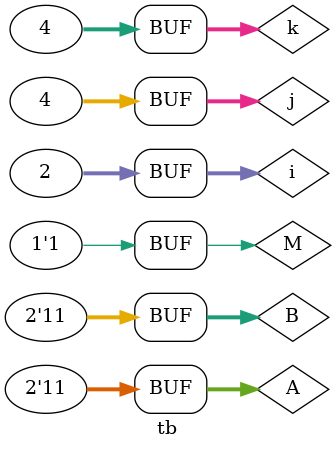
<source format=v>
module tb;
    reg [1:0]A,B;
    wire [1:0]S;
    reg M;
    wire Cout;
    add_sub DUT(.A(A), .B(B), .M(M), .Cout(Cout), .S(S));
    
    integer i,j,k;
    initial begin
        $dumpfile("tb.vcd");
        $dumpvars(0,tb);
        for(i=0;i<2;i=i+1) begin
            for(j=0; j<4 ;j=j+1) begin
                for(k=0;k<4;k=k+1) begin
                  A = j;
                  B = k;
                  M = i;
                  #100;
                end            
            end
    end
    end
    initial $monitor("A = %d, B = %d, M = %d, Cout = %b, S = %b",A,B,M,Cout,S);
endmodule
</source>
